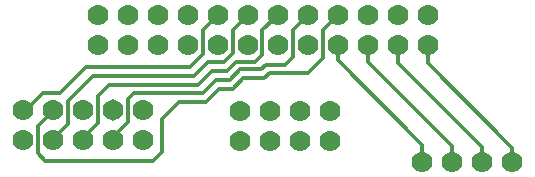
<source format=gtl>
G04 #@! TF.FileFunction,Copper,L1,Top,Signal*
%FSLAX46Y46*%
G04 Gerber Fmt 4.6, Leading zero omitted, Abs format (unit mm)*
G04 Created by KiCad (PCBNEW 4.0.2-stable) date 12/31/2017 6:21:13 PM*
%MOMM*%
G01*
G04 APERTURE LIST*
%ADD10C,0.100000*%
%ADD11C,1.778000*%
%ADD12C,0.304800*%
%ADD13C,0.508000*%
%ADD14C,0.203200*%
G04 APERTURE END LIST*
D10*
D11*
X143880000Y-123280000D03*
X143880000Y-125820000D03*
X141340000Y-123280000D03*
X141340000Y-125820000D03*
X138800000Y-123280000D03*
X138800000Y-125820000D03*
X136260000Y-123280000D03*
X136260000Y-125820000D03*
X133720000Y-123280000D03*
X133720000Y-125820000D03*
X159660000Y-125920000D03*
X159660000Y-123380000D03*
X157120000Y-125920000D03*
X157120000Y-123380000D03*
X154580000Y-123380000D03*
X154580000Y-125920000D03*
X152040000Y-123380000D03*
X152040000Y-125920000D03*
X170030000Y-127700000D03*
X167490000Y-127700000D03*
X172570000Y-127700000D03*
X175110000Y-127700000D03*
X140030000Y-117770000D03*
X140030000Y-115230000D03*
X142570000Y-117770000D03*
X142570000Y-115230000D03*
X145110000Y-117770000D03*
X145110000Y-115230000D03*
X147650000Y-117770000D03*
X147650000Y-115230000D03*
X150190000Y-117770000D03*
X150190000Y-115230000D03*
X152730000Y-117770000D03*
X152730000Y-115230000D03*
X155270000Y-117770000D03*
X155270000Y-115230000D03*
X157810000Y-117770000D03*
X157810000Y-115230000D03*
X160350000Y-117770000D03*
X160350000Y-115230000D03*
X162890000Y-117770000D03*
X162890000Y-115230000D03*
X165430000Y-117770000D03*
X165430000Y-115230000D03*
X167970000Y-117770000D03*
X167970000Y-115230000D03*
D12*
X170030000Y-127700000D02*
X170030000Y-126342000D01*
X162890000Y-119202000D02*
X162890000Y-117770000D01*
X170030000Y-126342000D02*
X162890000Y-119202000D01*
X162890000Y-117770000D02*
X162890000Y-117940000D01*
D13*
X170053000Y-127635000D02*
X170053000Y-127147000D01*
D12*
X167490000Y-127700000D02*
X167490000Y-126215000D01*
X160350000Y-119075000D02*
X160350000Y-117770000D01*
X167490000Y-126215000D02*
X160350000Y-119075000D01*
X160350000Y-117770000D02*
X160350000Y-118500000D01*
X165430000Y-117770000D02*
X165430000Y-119273000D01*
X172570000Y-126413000D02*
X172570000Y-127700000D01*
X165430000Y-119273000D02*
X172570000Y-126413000D01*
X167970000Y-117770000D02*
X167970000Y-119328000D01*
X175110000Y-126468000D02*
X175110000Y-127700000D01*
X167970000Y-119328000D02*
X175110000Y-126468000D01*
X145110000Y-115230000D02*
X145110000Y-115490000D01*
X141340000Y-123280000D02*
X141340000Y-124010000D01*
X141340000Y-123280000D02*
X141340000Y-122510000D01*
X141340000Y-123280000D02*
X141920000Y-123280000D01*
X165430000Y-115230000D02*
X165370000Y-115230000D01*
X165430000Y-115230000D02*
X165430000Y-115370000D01*
X155908000Y-119459000D02*
X154257000Y-119459000D01*
X150066000Y-120729000D02*
X148923000Y-121872000D01*
X151209000Y-120729000D02*
X150066000Y-120729000D01*
X152098000Y-119840000D02*
X151209000Y-120729000D01*
X153876000Y-119840000D02*
X152098000Y-119840000D01*
X154257000Y-119459000D02*
X153876000Y-119840000D01*
X141340000Y-125820000D02*
X141340000Y-125518000D01*
X141340000Y-125518000D02*
X142573000Y-124285000D01*
X142573000Y-124285000D02*
X142573000Y-122380000D01*
X142573000Y-122380000D02*
X143081000Y-121872000D01*
X143081000Y-121872000D02*
X148923000Y-121872000D01*
X156543000Y-116497000D02*
X157810000Y-115230000D01*
X156543000Y-118824000D02*
X156543000Y-116497000D01*
X155908000Y-119459000D02*
X156543000Y-118824000D01*
X141340000Y-125820000D02*
X141780000Y-125820000D01*
X141351000Y-125857000D02*
X141351000Y-125849000D01*
X157810000Y-115230000D02*
X157810000Y-115690000D01*
X138800000Y-123280000D02*
X138800000Y-123700000D01*
X138800000Y-123280000D02*
X138800000Y-122900000D01*
D14*
X138811000Y-123317000D02*
X138918200Y-123317000D01*
D12*
X162890000Y-115230000D02*
X162890000Y-115260000D01*
X162890000Y-115230000D02*
X162870000Y-115230000D01*
X153379500Y-119216500D02*
X151705500Y-119216500D01*
X149685000Y-119967000D02*
X148502000Y-121150000D01*
X150955000Y-119967000D02*
X149685000Y-119967000D01*
X151705500Y-119216500D02*
X150955000Y-119967000D01*
X138800000Y-125820000D02*
X138800000Y-125650000D01*
X138800000Y-125650000D02*
X140050000Y-124400000D01*
X140050000Y-124400000D02*
X140050000Y-122081000D01*
X140050000Y-122081000D02*
X140981000Y-121150000D01*
X140981000Y-121150000D02*
X148502000Y-121150000D01*
X153973000Y-116527000D02*
X155270000Y-115230000D01*
X153973000Y-118623000D02*
X153973000Y-116527000D01*
X153379500Y-119216500D02*
X153973000Y-118623000D01*
X138800000Y-125820000D02*
X139430000Y-125820000D01*
X138811000Y-125857000D02*
X138843000Y-125857000D01*
X155270000Y-115230000D02*
X155270000Y-115530000D01*
X157859500Y-120140500D02*
X154591500Y-120140500D01*
X144732000Y-127587000D02*
X135587000Y-127587000D01*
X145494000Y-126825000D02*
X144732000Y-127587000D01*
X145494000Y-124031000D02*
X145494000Y-126825000D01*
X146891000Y-122634000D02*
X145494000Y-124031000D01*
X149177000Y-122634000D02*
X146891000Y-122634000D01*
X150320000Y-121491000D02*
X149177000Y-122634000D01*
X151463000Y-121491000D02*
X150320000Y-121491000D01*
X152352000Y-120602000D02*
X151463000Y-121491000D01*
X154130000Y-120602000D02*
X152352000Y-120602000D01*
X154591500Y-120140500D02*
X154130000Y-120602000D01*
X136260000Y-123280000D02*
X136260000Y-123340000D01*
X136260000Y-123340000D02*
X134950000Y-124650000D01*
X134950000Y-124650000D02*
X134950000Y-126950000D01*
X134950000Y-126950000D02*
X135587000Y-127587000D01*
X159100000Y-116480000D02*
X160350000Y-115230000D01*
X159100000Y-118900000D02*
X159100000Y-116480000D01*
X157859500Y-120140500D02*
X159100000Y-118900000D01*
X136260000Y-123280000D02*
X136120000Y-123280000D01*
X136260000Y-123280000D02*
X136260000Y-123590000D01*
X136260000Y-123280000D02*
X136870000Y-123280000D01*
X136260000Y-123280000D02*
X136920000Y-123280000D01*
X136260000Y-123280000D02*
X136720000Y-123280000D01*
X160350000Y-115230000D02*
X160350000Y-115250000D01*
X136260000Y-125820000D02*
X136260000Y-125716120D01*
X136260000Y-125716120D02*
X137510780Y-124465340D01*
X151447760Y-116512240D02*
X152730000Y-115230000D01*
X151447760Y-118468400D02*
X151447760Y-116512240D01*
X150685760Y-119230400D02*
X151447760Y-118468400D01*
X149321780Y-119230400D02*
X150685760Y-119230400D01*
X148186400Y-120365780D02*
X149321780Y-119230400D01*
X139659620Y-120365780D02*
X148186400Y-120365780D01*
X137510780Y-122514620D02*
X139659620Y-120365780D01*
X137510780Y-124465340D02*
X137510780Y-122514620D01*
X136260000Y-125820000D02*
X136260000Y-125440000D01*
X136260000Y-125820000D02*
X136260000Y-125190000D01*
X136260000Y-125820000D02*
X136580000Y-125820000D01*
X136271000Y-125857000D02*
X136271000Y-125829000D01*
D14*
X136271000Y-125857000D02*
X136733800Y-125857000D01*
X136271000Y-125857000D02*
X136327400Y-125857000D01*
D12*
X152730000Y-115230000D02*
X152730000Y-115470000D01*
X133720000Y-123280000D02*
X133970000Y-123280000D01*
X133970000Y-123280000D02*
X135396000Y-121854000D01*
X148900000Y-116520000D02*
X150190000Y-115230000D01*
X148900000Y-118550000D02*
X148900000Y-116520000D01*
X147823000Y-119627000D02*
X148900000Y-118550000D01*
X139073000Y-119627000D02*
X147823000Y-119627000D01*
X136846000Y-121854000D02*
X139073000Y-119627000D01*
X135396000Y-121854000D02*
X136846000Y-121854000D01*
X133720000Y-123280000D02*
X133720000Y-123080000D01*
X133720000Y-123280000D02*
X133870000Y-123280000D01*
X133720000Y-125820000D02*
X133780000Y-125820000D01*
X167970000Y-115230000D02*
X167970000Y-115530000D01*
X154580000Y-125920000D02*
X154570000Y-125920000D01*
X154580000Y-125920000D02*
X154580000Y-125770000D01*
X154559000Y-125857000D02*
X154559000Y-125608600D01*
D14*
X154559000Y-125857000D02*
X154559000Y-125691000D01*
D12*
X152040000Y-125920000D02*
X151820000Y-125920000D01*
X152040000Y-125920000D02*
X152040000Y-125810000D01*
M02*

</source>
